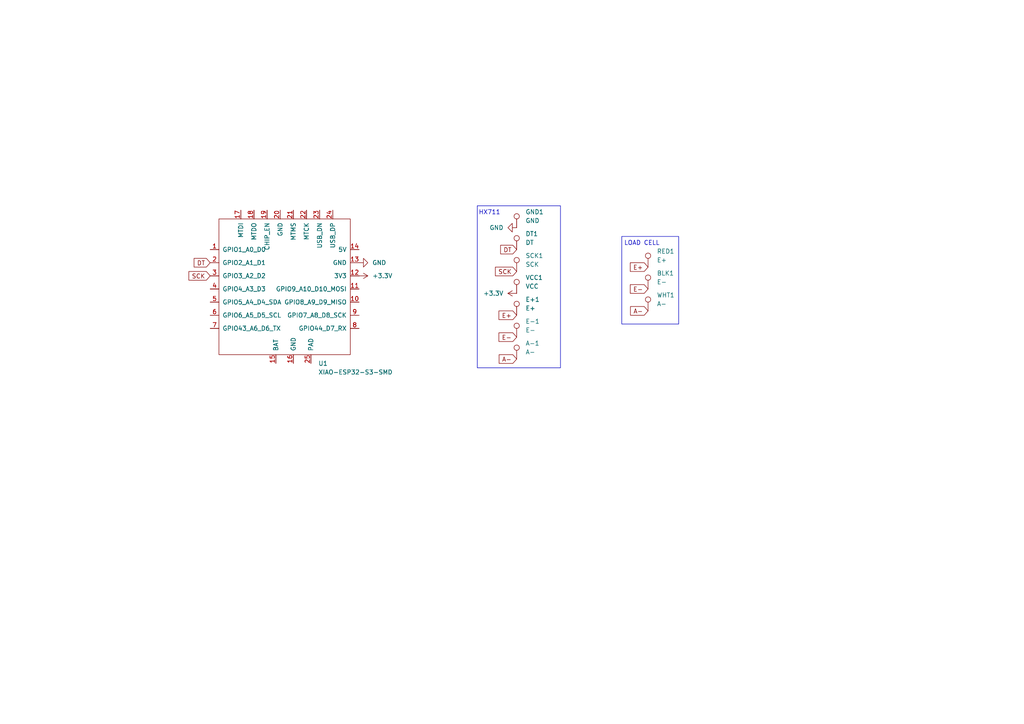
<source format=kicad_sch>
(kicad_sch (version 20250114) (generator "eeschema") (generator_version "9.0")
  (paper "A4")
  (lib_symbols
    (symbol "Connector:TestPoint" (pin_numbers (hide yes)) (pin_names (offset 0.762) (hide yes))
      (property "Reference" "TP" (at 0 6.858 0))
      (property "Value" "TestPoint" (at 0 5.08 0))
      (symbol "TestPoint_0_1"
        (circle (center 0 3.302) (radius 0.762))
      )
      (symbol "TestPoint_1_1"
        (pin passive line (at 0 0 90) (length 2.54) (name "1") (number "1"))
      )
    )
    (symbol "Seeed_Studio_XIAO_Series:XIAO-ESP32-S3-SMD" (pin_names (offset 1.016))
      (property "Reference" "U" (at -18.542 23.114 0))
      (property "Value" "XIAO-ESP32-S3-SMD" (at -8.382 21.336 0))
      (symbol "XIAO-ESP32-S3-SMD_0_1"
        (rectangle (start 19.05 -19.05) (end -19.05 20.32))
      )
      (symbol "XIAO-ESP32-S3-SMD_1_1"
        (pin passive line (at -21.59 11.43 0) (length 2.54) (name "GPIO1_A0_D0") (number "1"))
        (pin passive line (at -21.59 7.62 0) (length 2.54) (name "GPIO2_A1_D1") (number "2"))
        (pin passive line (at -21.59 3.81 0) (length 2.54) (name "GPIO3_A2_D2") (number "3"))
        (pin passive line (at -21.59 0 0) (length 2.54) (name "GPIO4_A3_D3") (number "4"))
        (pin passive line (at -21.59 -3.81 0) (length 2.54) (name "GPIO5_A4_D4_SDA") (number "5"))
        (pin passive line (at -21.59 -7.62 0) (length 2.54) (name "GPIO6_A5_D5_SCL") (number "6"))
        (pin passive line (at -21.59 -11.43 0) (length 2.54) (name "GPIO43_A6_D6_TX") (number "7"))
        (pin passive line (at -12.7 22.86 270) (length 2.54) (name "MTDI") (number "17"))
        (pin passive line (at -8.89 22.86 270) (length 2.54) (name "MTDO") (number "18"))
        (pin passive line (at -5.08 22.86 270) (length 2.54) (name "CHIP_EN") (number "19"))
        (pin passive line (at -2.54 -21.59 90) (length 2.54) (name "BAT") (number "15"))
        (pin passive line (at -1.27 22.86 270) (length 2.54) (name "GND") (number "20"))
        (pin passive line (at 2.54 22.86 270) (length 2.54) (name "MTMS") (number "21"))
        (pin passive line (at 2.54 -21.59 90) (length 2.54) (name "GND") (number "16"))
        (pin passive line (at 6.35 22.86 270) (length 2.54) (name "MTCK") (number "22"))
        (pin passive line (at 7.62 -21.59 90) (length 2.54) (name "PAD") (number "25"))
        (pin passive line (at 10.16 22.86 270) (length 2.54) (name "USB_DN") (number "23"))
        (pin passive line (at 13.97 22.86 270) (length 2.54) (name "USB_DP") (number "24"))
        (pin passive line (at 21.59 11.43 180) (length 2.54) (name "5V") (number "14"))
        (pin passive line (at 21.59 7.62 180) (length 2.54) (name "GND") (number "13"))
        (pin passive line (at 21.59 3.81 180) (length 2.54) (name "3V3") (number "12"))
        (pin passive line (at 21.59 0 180) (length 2.54) (name "GPIO9_A10_D10_MOSI") (number "11"))
        (pin passive line (at 21.59 -3.81 180) (length 2.54) (name "GPIO8_A9_D9_MISO") (number "10"))
        (pin passive line (at 21.59 -7.62 180) (length 2.54) (name "GPIO7_A8_D8_SCK") (number "9"))
        (pin passive line (at 21.59 -11.43 180) (length 2.54) (name "GPIO44_D7_RX") (number "8"))
      )
    )
    (symbol "power:+3.3V" (power) (pin_numbers (hide yes)) (pin_names (offset 0) (hide yes))
      (property "Value" "+3.3V" (at 0 3.556 0))
      (symbol "+3.3V_0_1"
        (polyline (pts (xy -0.762 1.27) (xy 0 2.54)))
        (polyline (pts (xy 0 2.54) (xy 0.762 1.27)))
        (polyline (pts (xy 0 0) (xy 0 2.54)))
      )
      (symbol "+3.3V_1_1"
        (pin power_in line (at 0 0 90) (length 0) (name "~") (number "1"))
      )
    )
    (symbol "power:GND" (power) (pin_numbers (hide yes)) (pin_names (offset 0) (hide yes))
      (property "Value" "GND" (at 0 -3.81 0))
      (symbol "GND_0_1"
        (polyline (pts (xy 0 0) (xy 0 -1.27) (xy 1.27 -1.27) (xy 0 -2.54) (xy -1.27 -1.27) (xy 0 -1.27)))
      )
      (symbol "GND_1_1"
        (pin power_in line (at 0 0 270) (length 0) (name "~") (number "1"))
      )
    )
  )
  (rectangle (start 142.24 59.69) (end 142.24 59.69))
  (rectangle (start 138.43 59.69) (end 162.56 106.68))
  (rectangle (start 180.34 68.58) (end 196.85 93.98))
  (text "LOAD CELL" (at 186.182 70.612 0) (effects (font (size 1.27 1.27))))
  (text "HX711" (at 141.986 61.722 0) (effects (font (size 1.27 1.27))))
  (global_label "SCK" (shape input) (at 149.86 78.74 180) (property "Intersheetrefs" "${INTERSHEET_REFS}" (effects (hide yes))))
  (global_label "E-" (shape input) (at 149.86 97.79 180) (property "Intersheetrefs" "${INTERSHEET_REFS}" (effects (hide yes))))
  (global_label "SCK" (shape input) (at 60.96 80.01 180) (property "Intersheetrefs" "${INTERSHEET_REFS}" (effects (hide yes))))
  (global_label "E+" (shape input) (at 149.86 91.44 180) (property "Intersheetrefs" "${INTERSHEET_REFS}" (effects (hide yes))))
  (global_label "A-" (shape input) (at 187.96 90.17 180) (property "Intersheetrefs" "${INTERSHEET_REFS}" (effects (hide yes))))
  (global_label "DT" (shape input) (at 60.96 76.2 180) (property "Intersheetrefs" "${INTERSHEET_REFS}" (effects (hide yes))))
  (global_label "E+" (shape input) (at 187.96 77.47 180) (property "Intersheetrefs" "${INTERSHEET_REFS}" (effects (hide yes))))
  (global_label "DT" (shape input) (at 149.86 72.39 180) (property "Intersheetrefs" "${INTERSHEET_REFS}" (effects (hide yes))))
  (global_label "E-" (shape input) (at 187.96 83.82 180) (property "Intersheetrefs" "${INTERSHEET_REFS}" (effects (hide yes))))
  (global_label "A-" (shape input) (at 149.86 104.14 180) (property "Intersheetrefs" "${INTERSHEET_REFS}" (effects (hide yes))))
  (symbol (lib_id "Seeed_Studio_XIAO_Series:XIAO-ESP32-S3-SMD") (at 82.55 83.82 0) (unit 1)
    (property "Reference" "U1" (at 92.3133 105.41 0) (effects (justify left)))
    (property "Value" "XIAO-ESP32-S3-SMD" (at 92.3133 107.95 0) (effects (justify left)))
    (property "Footprint" "OPL:XIAO-ESP32S3-SMD" (effects (hide yes)))
  )
  (symbol (lib_id "Connector:TestPoint") (at 149.86 85.09 0) (unit 1)
    (property "Reference" "VCC1" (at 152.4 80.5179 0) (effects (justify left)))
    (property "Value" "VCC" (at 152.4 83.0579 0) (effects (justify left)))
    (property "Footprint" "Connector_Wire:SolderWirePad_1x01_SMD_1x2mm" (effects (hide yes)))
    (property "Description" "test point" (effects (hide yes)))
  )
  (symbol (lib_id "power:+3.3V") (at 149.86 85.09 90) (unit 1)
    (property "Reference" "#PWR01" (effects (hide yes)))
    (property "Value" "+3.3V" (at 146.05 85.0899 90) (effects (justify left)))
    (property "Description" "Power symbol creates a global label with name \"+3.3V\"" (effects (hide yes)))
  )
  (symbol (lib_id "power:GND") (at 104.14 76.2 90) (unit 1)
    (property "Reference" "#PWR04" (effects (hide yes)))
    (property "Value" "GND" (at 107.95 76.1999 90) (effects (justify right)))
    (property "Description" "Power symbol creates a global label with name \"GND\" , ground" (effects (hide yes)))
  )
  (symbol (lib_id "Connector:TestPoint") (at 149.86 78.74 0) (unit 1)
    (property "Reference" "SCK1" (at 152.4 74.1679 0) (effects (justify left)))
    (property "Value" "SCK" (at 152.4 76.7079 0) (effects (justify left)))
    (property "Footprint" "Connector_Wire:SolderWirePad_1x01_SMD_1x2mm" (effects (hide yes)))
    (property "Description" "test point" (effects (hide yes)))
  )
  (symbol (lib_id "Connector:TestPoint") (at 187.96 77.47 0) (unit 1)
    (property "Reference" "RED1" (at 190.5 72.8979 0) (effects (justify left)))
    (property "Value" "E+" (at 190.5 75.4379 0) (effects (justify left)))
    (property "Footprint" "Connector_Wire:SolderWirePad_1x01_SMD_1x2mm" (effects (hide yes)))
    (property "Description" "test point" (effects (hide yes)))
  )
  (symbol (lib_id "Connector:TestPoint") (at 149.86 104.14 0) (unit 1)
    (property "Reference" "A-1" (at 152.4 99.5679 0) (effects (justify left)))
    (property "Value" "A-" (at 152.4 102.1079 0) (effects (justify left)))
    (property "Footprint" "Connector_Wire:SolderWirePad_1x01_SMD_1x2mm" (effects (hide yes)))
    (property "Description" "test point" (effects (hide yes)))
  )
  (symbol (lib_id "Connector:TestPoint") (at 149.86 66.04 0) (unit 1)
    (property "Reference" "GND1" (at 152.4 61.4679 0) (effects (justify left)))
    (property "Value" "GND" (at 152.4 64.0079 0) (effects (justify left)))
    (property "Footprint" "Connector_Wire:SolderWirePad_1x01_SMD_1x2mm" (effects (hide yes)))
    (property "Description" "test point" (effects (hide yes)))
  )
  (symbol (lib_id "power:GND") (at 149.86 66.04 270) (unit 1)
    (property "Reference" "#PWR03" (effects (hide yes)))
    (property "Value" "GND" (at 146.05 66.0399 90) (effects (justify right)))
    (property "Description" "Power symbol creates a global label with name \"GND\" , ground" (effects (hide yes)))
  )
  (symbol (lib_id "Connector:TestPoint") (at 187.96 90.17 0) (unit 1)
    (property "Reference" "WHT1" (at 190.5 85.5979 0) (effects (justify left)))
    (property "Value" "A-" (at 190.5 88.1379 0) (effects (justify left)))
    (property "Footprint" "Connector_Wire:SolderWirePad_1x01_SMD_1x2mm" (effects (hide yes)))
    (property "Description" "test point" (effects (hide yes)))
  )
  (symbol (lib_id "Connector:TestPoint") (at 149.86 72.39 0) (unit 1)
    (property "Reference" "DT1" (at 152.4 67.8179 0) (effects (justify left)))
    (property "Value" "DT" (at 152.4 70.3579 0) (effects (justify left)))
    (property "Footprint" "Connector_Wire:SolderWirePad_1x01_SMD_1x2mm" (effects (hide yes)))
    (property "Description" "test point" (effects (hide yes)))
  )
  (symbol (lib_id "power:+3.3V") (at 104.14 80.01 270) (unit 1)
    (property "Reference" "#PWR02" (effects (hide yes)))
    (property "Value" "+3.3V" (at 107.95 80.0099 90) (effects (justify left)))
    (property "Description" "Power symbol creates a global label with name \"+3.3V\"" (effects (hide yes)))
  )
  (symbol (lib_id "Connector:TestPoint") (at 187.96 83.82 0) (unit 1)
    (property "Reference" "BLK1" (at 190.5 79.2479 0) (effects (justify left)))
    (property "Value" "E-" (at 190.5 81.7879 0) (effects (justify left)))
    (property "Footprint" "Connector_Wire:SolderWirePad_1x01_SMD_1x2mm" (effects (hide yes)))
    (property "Description" "test point" (effects (hide yes)))
  )
  (symbol (lib_id "Connector:TestPoint") (at 149.86 91.44 0) (unit 1)
    (property "Reference" "E+1" (at 152.4 86.8679 0) (effects (justify left)))
    (property "Value" "E+" (at 152.4 89.4079 0) (effects (justify left)))
    (property "Footprint" "Connector_Wire:SolderWirePad_1x01_SMD_1x2mm" (effects (hide yes)))
    (property "Description" "test point" (effects (hide yes)))
  )
  (symbol (lib_id "Connector:TestPoint") (at 149.86 97.79 0) (unit 1)
    (property "Reference" "E-1" (at 152.4 93.2179 0) (effects (justify left)))
    (property "Value" "E-" (at 152.4 95.7579 0) (effects (justify left)))
    (property "Footprint" "Connector_Wire:SolderWirePad_1x01_SMD_1x2mm" (effects (hide yes)))
    (property "Description" "test point" (effects (hide yes)))
  )
)
</source>
